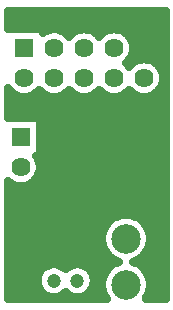
<source format=gbr>
G04 DipTrace 3.2.0.1*
G04 Bottom.gbr*
%MOMM*%
G04 #@! TF.FileFunction,Copper,L2,Bot*
G04 #@! TF.Part,Single*
G04 #@! TA.AperFunction,CopperBalancing*
%ADD15C,0.635*%
G04 #@! TA.AperFunction,ComponentPad*
%ADD17C,2.5*%
%ADD21R,1.2X1.2*%
%ADD22C,1.2*%
%ADD23R,1.62X1.62*%
%ADD24C,1.62*%
G04 #@! TA.AperFunction,ViaPad*
%ADD28C,0.8*%
%FSLAX35Y35*%
G04*
G71*
G90*
G75*
G01*
G04 Bottom*
%LPD*%
D28*
X1318123Y1819760D3*
X2040000Y2340000D3*
X1138146Y3495083D2*
D15*
X2461917D1*
X1138146Y3431917D2*
X2461917D1*
X1629422Y3368750D2*
X1672594D1*
X1883354D2*
X1926617D1*
X2137377D2*
X2461917D1*
X2185229Y3305583D2*
X2461917D1*
X2197625Y3242417D2*
X2461917D1*
X2183862Y3179250D2*
X2461917D1*
X2135737Y3116083D2*
X2182282D1*
X2389669D2*
X2461917D1*
X1373028Y2863417D2*
X1420940D1*
X1627052D2*
X1674964D1*
X1881075D2*
X1928987D1*
X2135008D2*
X2182920D1*
X2389031D2*
X2461917D1*
X1138146Y2800250D2*
X2461917D1*
X1138146Y2737083D2*
X2461917D1*
X1138146Y2673917D2*
X2461917D1*
X1407482Y2610750D2*
X2461917D1*
X1407482Y2547583D2*
X2461917D1*
X1407482Y2484417D2*
X2461917D1*
X1407482Y2421250D2*
X2461917D1*
X1407482Y2358083D2*
X2461917D1*
X1396271Y2294917D2*
X2461917D1*
X1407482Y2231750D2*
X2461917D1*
X1392442Y2168583D2*
X2461917D1*
X1339122Y2105417D2*
X2461917D1*
X1138146Y2042250D2*
X2461917D1*
X1138146Y1979083D2*
X2461917D1*
X1138146Y1915917D2*
X2461917D1*
X1138146Y1852750D2*
X2461917D1*
X1138146Y1789583D2*
X1999261D1*
X2264435D2*
X2461917D1*
X1138146Y1726417D2*
X1946396D1*
X2317299D2*
X2461917D1*
X1138146Y1663250D2*
X1924977D1*
X2338810D2*
X2461917D1*
X1138146Y1600083D2*
X1924521D1*
X2339265D2*
X2461917D1*
X1138146Y1536917D2*
X1944938D1*
X2318849D2*
X2461917D1*
X1138146Y1473750D2*
X1995797D1*
X2267989D2*
X2461917D1*
X1138146Y1410583D2*
X1483649D1*
X1558328D2*
X1683623D1*
X1758302D2*
X2014573D1*
X2249213D2*
X2461917D1*
X1138146Y1347417D2*
X1396331D1*
X1845620D2*
X1952776D1*
X2311010D2*
X2461917D1*
X1138146Y1284250D2*
X1376552D1*
X1865398D2*
X1927073D1*
X2336713D2*
X2461917D1*
X1138146Y1221083D2*
X1387672D1*
X1854370D2*
X1923154D1*
X2340633D2*
X2461917D1*
X1138146Y1157917D2*
X1442360D1*
X1599617D2*
X1642334D1*
X1799591D2*
X1939651D1*
X2324135D2*
X2461917D1*
X2334540Y1614290D2*
X2332664Y1598438D1*
X2329550Y1582783D1*
X2325217Y1567420D1*
X2319692Y1552444D1*
X2313009Y1537948D1*
X2305210Y1524021D1*
X2296342Y1510749D1*
X2286460Y1498214D1*
X2275624Y1486492D1*
X2263903Y1475657D1*
X2251368Y1465775D1*
X2238095Y1456907D1*
X2224168Y1449107D1*
X2209672Y1442425D1*
X2189116Y1435326D1*
X2209672Y1428055D1*
X2224168Y1421373D1*
X2238095Y1413573D1*
X2251368Y1404705D1*
X2263903Y1394823D1*
X2275624Y1383988D1*
X2286460Y1372266D1*
X2296342Y1359731D1*
X2305210Y1346459D1*
X2313009Y1332532D1*
X2319692Y1318036D1*
X2325217Y1303060D1*
X2329550Y1287697D1*
X2332664Y1272042D1*
X2334540Y1256190D1*
X2335167Y1240240D1*
X2334540Y1224290D1*
X2332664Y1208438D1*
X2329550Y1192783D1*
X2325217Y1177420D1*
X2319692Y1162444D1*
X2313009Y1147948D1*
X2305210Y1134021D1*
X2297000Y1121734D1*
X2468190Y1121750D1*
X2468250Y3558320D1*
X1131810Y3558250D1*
X1131750Y3403242D1*
X1429290Y3403290D1*
Y3372027D1*
X1440771Y3379817D1*
X1463042Y3391165D1*
X1486814Y3398889D1*
X1511502Y3402799D1*
X1536498D1*
X1561186Y3398889D1*
X1584958Y3391165D1*
X1607229Y3379817D1*
X1627451Y3365125D1*
X1645125Y3347451D1*
X1650963Y3340046D1*
X1665365Y3356635D1*
X1684372Y3372868D1*
X1705684Y3385928D1*
X1728777Y3395494D1*
X1753082Y3401329D1*
X1778000Y3403290D1*
X1802918Y3401329D1*
X1827223Y3395494D1*
X1850316Y3385928D1*
X1871628Y3372868D1*
X1890635Y3356635D1*
X1904963Y3340046D1*
X1919365Y3356635D1*
X1938372Y3372868D1*
X1959684Y3385928D1*
X1982777Y3395494D1*
X2007082Y3401329D1*
X2032000Y3403290D1*
X2056918Y3401329D1*
X2081223Y3395494D1*
X2104316Y3385928D1*
X2125628Y3372868D1*
X2144635Y3356635D1*
X2160868Y3337628D1*
X2173928Y3316316D1*
X2183494Y3293223D1*
X2189329Y3268918D1*
X2191290Y3244000D1*
X2189329Y3219082D1*
X2183494Y3194777D1*
X2173928Y3171684D1*
X2160868Y3150372D1*
X2144635Y3131365D1*
X2128046Y3117037D1*
X2144635Y3102635D1*
X2158963Y3086046D1*
X2173365Y3102635D1*
X2192372Y3118868D1*
X2213684Y3131928D1*
X2236777Y3141494D1*
X2261082Y3147329D1*
X2286000Y3149290D1*
X2310918Y3147329D1*
X2335223Y3141494D1*
X2358316Y3131928D1*
X2379628Y3118868D1*
X2398635Y3102635D1*
X2414868Y3083628D1*
X2427928Y3062316D1*
X2437494Y3039223D1*
X2443329Y3014918D1*
X2445290Y2990000D1*
X2443329Y2965082D1*
X2437494Y2940777D1*
X2427928Y2917684D1*
X2414868Y2896372D1*
X2398635Y2877365D1*
X2379628Y2861132D1*
X2358316Y2848072D1*
X2335223Y2838506D1*
X2310918Y2832671D1*
X2286000Y2830710D1*
X2261082Y2832671D1*
X2236777Y2838506D1*
X2213684Y2848072D1*
X2192372Y2861132D1*
X2173365Y2877365D1*
X2159037Y2893954D1*
X2144635Y2877365D1*
X2125628Y2861132D1*
X2104316Y2848072D1*
X2081223Y2838506D1*
X2056918Y2832671D1*
X2032000Y2830710D1*
X2007082Y2832671D1*
X1982777Y2838506D1*
X1959684Y2848072D1*
X1938372Y2861132D1*
X1919365Y2877365D1*
X1905037Y2893954D1*
X1890635Y2877365D1*
X1871628Y2861132D1*
X1850316Y2848072D1*
X1827223Y2838506D1*
X1802918Y2832671D1*
X1778000Y2830710D1*
X1753082Y2832671D1*
X1728777Y2838506D1*
X1705684Y2848072D1*
X1684372Y2861132D1*
X1665365Y2877365D1*
X1651037Y2893954D1*
X1636635Y2877365D1*
X1617628Y2861132D1*
X1596316Y2848072D1*
X1573223Y2838506D1*
X1548918Y2832671D1*
X1524000Y2830710D1*
X1499082Y2832671D1*
X1474777Y2838506D1*
X1451684Y2848072D1*
X1430372Y2861132D1*
X1411365Y2877365D1*
X1397037Y2893954D1*
X1382635Y2877365D1*
X1363628Y2861132D1*
X1342316Y2848072D1*
X1319223Y2838506D1*
X1294918Y2832671D1*
X1270000Y2830710D1*
X1245082Y2832671D1*
X1220777Y2838506D1*
X1197684Y2848072D1*
X1176372Y2861132D1*
X1157365Y2877365D1*
X1141132Y2896372D1*
X1131772Y2911077D1*
X1131750Y2649466D1*
X1401167Y2649530D1*
Y2330950D1*
X1369904D1*
X1377694Y2319469D1*
X1389041Y2297198D1*
X1396765Y2273426D1*
X1400676Y2248738D1*
Y2223742D1*
X1396765Y2199054D1*
X1389041Y2175282D1*
X1377694Y2153011D1*
X1363002Y2132789D1*
X1345327Y2115115D1*
X1325105Y2100423D1*
X1302834Y2089075D1*
X1279062Y2081351D1*
X1254374Y2077441D1*
X1229379D1*
X1204691Y2081351D1*
X1180919Y2089075D1*
X1158648Y2100423D1*
X1138426Y2115115D1*
X1131717Y2121317D1*
X1131750Y1121680D1*
X1966706Y1121750D1*
X1958543Y1134021D1*
X1950744Y1147948D1*
X1944061Y1162444D1*
X1938536Y1177420D1*
X1934204Y1192783D1*
X1931090Y1208438D1*
X1929213Y1224290D1*
X1928587Y1240240D1*
X1929213Y1256190D1*
X1931090Y1272042D1*
X1934204Y1287697D1*
X1938536Y1303060D1*
X1944061Y1318036D1*
X1950744Y1332532D1*
X1958543Y1346459D1*
X1967412Y1359731D1*
X1977294Y1372266D1*
X1988129Y1383988D1*
X1999850Y1394823D1*
X2012386Y1404705D1*
X2025658Y1413573D1*
X2039585Y1421373D1*
X2054081Y1428055D1*
X2074638Y1435154D1*
X2054081Y1442425D1*
X2039585Y1449107D1*
X2025658Y1456907D1*
X2012386Y1465775D1*
X1999850Y1475657D1*
X1988129Y1486492D1*
X1977294Y1498214D1*
X1967412Y1510749D1*
X1958543Y1524021D1*
X1950744Y1537948D1*
X1944061Y1552444D1*
X1938536Y1567420D1*
X1934204Y1582783D1*
X1931090Y1598438D1*
X1929213Y1614290D1*
X1928587Y1630240D1*
X1929213Y1646190D1*
X1931090Y1662042D1*
X1934204Y1677697D1*
X1938536Y1693060D1*
X1944061Y1708036D1*
X1950744Y1722532D1*
X1958543Y1736459D1*
X1967412Y1749731D1*
X1977294Y1762266D1*
X1988129Y1773988D1*
X1999850Y1784823D1*
X2012386Y1794705D1*
X2025658Y1803573D1*
X2039585Y1811373D1*
X2054081Y1818055D1*
X2069057Y1823580D1*
X2084420Y1827913D1*
X2100075Y1831027D1*
X2115927Y1832903D1*
X2131877Y1833530D1*
X2147827Y1832903D1*
X2163678Y1831027D1*
X2179334Y1827913D1*
X2194697Y1823580D1*
X2209672Y1818055D1*
X2224168Y1811373D1*
X2238095Y1803573D1*
X2251368Y1794705D1*
X2263903Y1784823D1*
X2275624Y1773988D1*
X2286460Y1762266D1*
X2296342Y1749731D1*
X2305210Y1736459D1*
X2313009Y1722532D1*
X2319692Y1708036D1*
X2325217Y1693060D1*
X2329550Y1677697D1*
X2332664Y1662042D1*
X2334540Y1646190D1*
X2335167Y1630240D1*
X2334540Y1614290D1*
X1620922Y1180364D2*
X1610789Y1170657D1*
X1593233Y1157902D1*
X1573898Y1148050D1*
X1553260Y1141344D1*
X1531827Y1137950D1*
X1510127D1*
X1488694Y1141344D1*
X1468055Y1148050D1*
X1448720Y1157902D1*
X1431164Y1170657D1*
X1415820Y1186001D1*
X1403065Y1203557D1*
X1393213Y1222892D1*
X1386508Y1243530D1*
X1383113Y1264963D1*
Y1286663D1*
X1386508Y1308096D1*
X1393213Y1328735D1*
X1403065Y1348070D1*
X1415820Y1365626D1*
X1431164Y1380970D1*
X1448720Y1393725D1*
X1468055Y1403577D1*
X1488694Y1410282D1*
X1510127Y1413677D1*
X1531827D1*
X1553260Y1410282D1*
X1573898Y1403577D1*
X1593233Y1393725D1*
X1610789Y1380970D1*
X1620922Y1371263D1*
X1631164Y1380970D1*
X1648720Y1393725D1*
X1668055Y1403577D1*
X1688694Y1410282D1*
X1710127Y1413677D1*
X1731827D1*
X1753260Y1410282D1*
X1773898Y1403577D1*
X1793233Y1393725D1*
X1810789Y1380970D1*
X1826133Y1365626D1*
X1838888Y1348070D1*
X1848740Y1328735D1*
X1855446Y1308096D1*
X1858840Y1286663D1*
Y1264963D1*
X1855446Y1243530D1*
X1848740Y1222892D1*
X1838888Y1203557D1*
X1826133Y1186001D1*
X1810789Y1170657D1*
X1793233Y1157902D1*
X1773898Y1148050D1*
X1753260Y1141344D1*
X1731827Y1137950D1*
X1710127D1*
X1688694Y1141344D1*
X1668055Y1148050D1*
X1648720Y1157902D1*
X1631164Y1170657D1*
X1621031Y1180364D1*
D17*
X2131877Y1630240D3*
Y1240240D3*
D21*
X1320977Y1275813D3*
D22*
X1520977D3*
X1720977D3*
D23*
X1241877Y2490240D3*
D24*
Y2236240D3*
X1270000Y2990000D3*
X1524000D3*
X1778000D3*
X2032000D3*
X2286000D3*
Y3244000D3*
X2032000D3*
X1778000D3*
X1524000D3*
D23*
X1270000D3*
M02*

</source>
